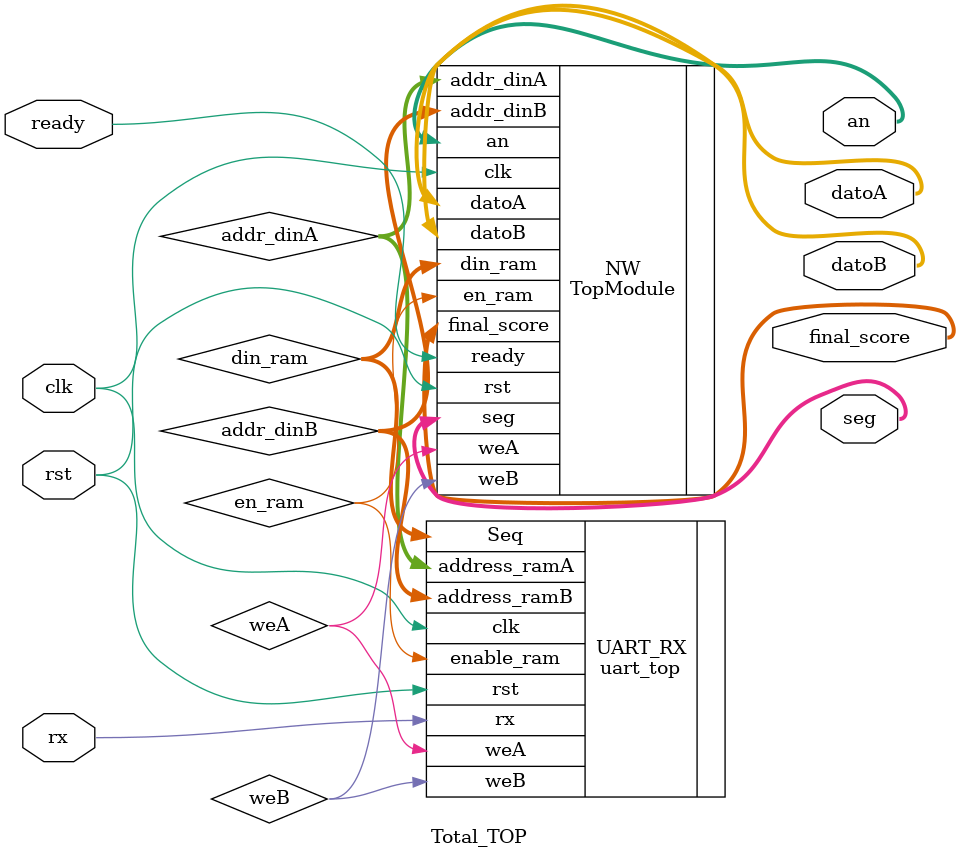
<source format=v>
`include "C:\..."

module Total_TOP #(
    parameter N = 3,
    parameter BitAddr = $clog2(N+1)
)(
    input wire clk, rst, 
    input wire rx,
    input wire ready,
    
    output wire signed [BitAddr:0] final_score, 
    output wire [2:0] datoA, datoB,
    output wire [6:0] seg, 
    output wire [3:0] an 
);

    wire [2:0] din_ram; // data to be written in the RAMs
    wire en_ram; 
    wire weA, weB;
    wire [BitAddr:0] addr_dinA, addr_dinB;
    
    
    uart_top #(
        .N(N)
    ) UART_RX (
        .clk(clk),
        .rst(rst),
        .rx(rx),
        .Seq(din_ram),
        .enable_ram(en_ram),
        .weA(weA),
        .weB(weB),
        .address_ramA(addr_dinA),
        .address_ramB(addr_dinB)
    );
    
    TopModule #(
        .N(N)
    ) NW (
        .clk(clk),
        .rst(rst),
        .ready(ready),
        .final_score(final_score),
        .datoA(datoA),
        .datoB(datoB),
        .seg(seg),
        .an(an),
        .din_ram(din_ram),
        .en_ram(en_ram),
        .weA(weA),
        .weB(weB),
        .addr_dinA(addr_dinA),
        .addr_dinB(addr_dinB)
    );
    
endmodule
</source>
